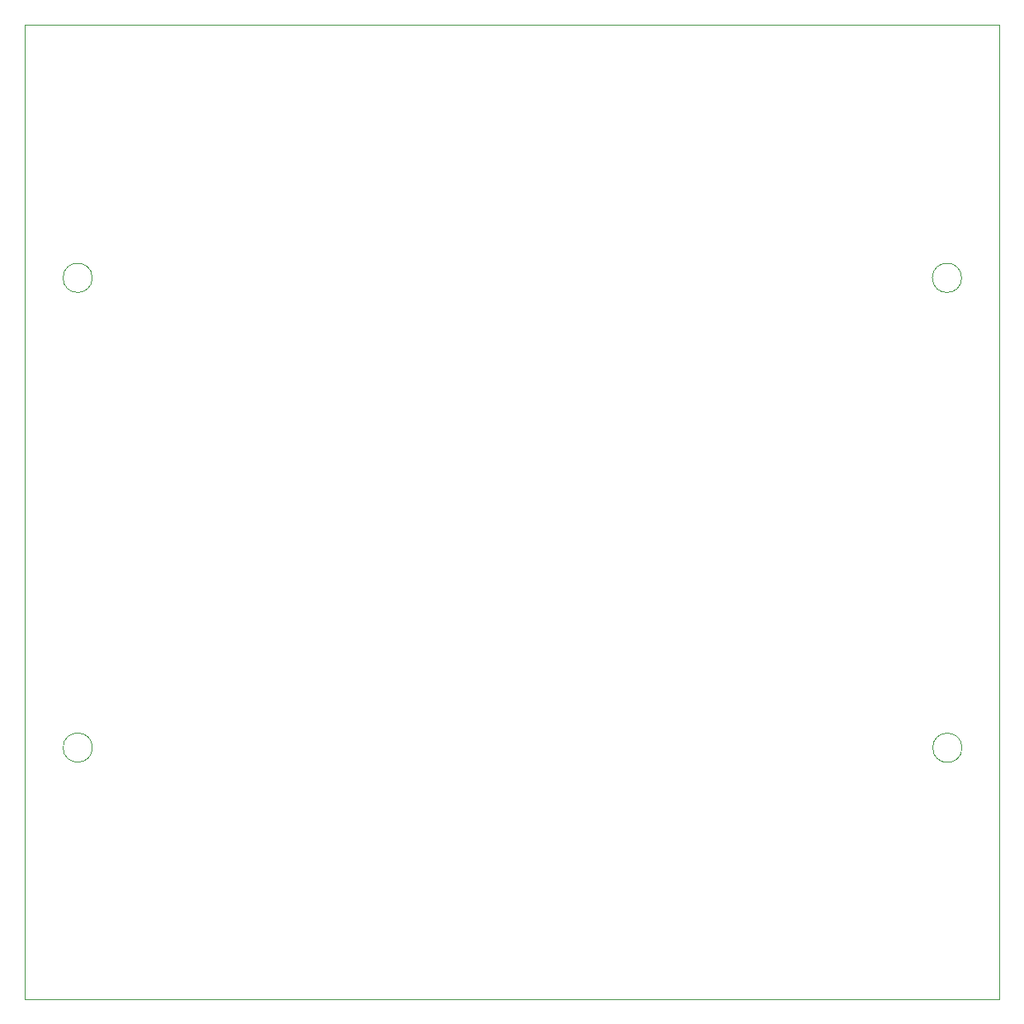
<source format=gm1>
%TF.GenerationSoftware,KiCad,Pcbnew,(6.0.5)*%
%TF.CreationDate,2022-10-16T21:39:42+03:00*%
%TF.ProjectId,LED_MATRIX,4c45445f-4d41-4545-9249-582e6b696361,rev?*%
%TF.SameCoordinates,Original*%
%TF.FileFunction,Profile,NP*%
%FSLAX46Y46*%
G04 Gerber Fmt 4.6, Leading zero omitted, Abs format (unit mm)*
G04 Created by KiCad (PCBNEW (6.0.5)) date 2022-10-16 21:39:42*
%MOMM*%
%LPD*%
G01*
G04 APERTURE LIST*
%TA.AperFunction,Profile*%
%ADD10C,0.100000*%
%TD*%
G04 APERTURE END LIST*
D10*
X152590000Y-111680000D02*
G75*
G03*
X152590000Y-111680000I-1500000J0D01*
G01*
X152550000Y-63460000D02*
G75*
G03*
X152550000Y-63460000I-1500000J0D01*
G01*
X56435000Y-37470000D02*
X156435000Y-37470000D01*
X156435000Y-37470000D02*
X156435000Y-137470000D01*
X156435000Y-137470000D02*
X56435000Y-137470000D01*
X56435000Y-137470000D02*
X56435000Y-37470000D01*
X63350000Y-63460000D02*
G75*
G03*
X63350000Y-63460000I-1500000J0D01*
G01*
X63360000Y-111660000D02*
G75*
G03*
X63360000Y-111660000I-1500000J0D01*
G01*
M02*

</source>
